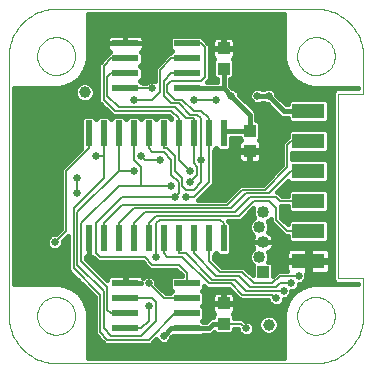
<source format=gbl>
G75*
G70*
%OFA0B0*%
%FSLAX24Y24*%
%IPPOS*%
%LPD*%
%AMOC8*
5,1,8,0,0,1.08239X$1,22.5*
%
%ADD10C,0.0000*%
%ADD11R,0.0866X0.0236*%
%ADD12R,0.0236X0.0866*%
%ADD13R,0.1102X0.0512*%
%ADD14R,0.0400X0.0400*%
%ADD15C,0.0400*%
%ADD16R,0.0394X0.0433*%
%ADD17C,0.0394*%
%ADD18C,0.0250*%
%ADD19C,0.0060*%
%ADD20C,0.0160*%
%ADD21C,0.0120*%
D10*
X006993Y010471D02*
X015654Y010471D01*
X015024Y012046D02*
X015026Y012096D01*
X015032Y012146D01*
X015042Y012195D01*
X015056Y012243D01*
X015073Y012290D01*
X015094Y012335D01*
X015119Y012379D01*
X015147Y012420D01*
X015179Y012459D01*
X015213Y012496D01*
X015250Y012530D01*
X015290Y012560D01*
X015332Y012587D01*
X015376Y012611D01*
X015422Y012632D01*
X015469Y012648D01*
X015517Y012661D01*
X015567Y012670D01*
X015616Y012675D01*
X015667Y012676D01*
X015717Y012673D01*
X015766Y012666D01*
X015815Y012655D01*
X015863Y012640D01*
X015909Y012622D01*
X015954Y012600D01*
X015997Y012574D01*
X016038Y012545D01*
X016077Y012513D01*
X016113Y012478D01*
X016145Y012440D01*
X016175Y012400D01*
X016202Y012357D01*
X016225Y012313D01*
X016244Y012267D01*
X016260Y012219D01*
X016272Y012170D01*
X016280Y012121D01*
X016284Y012071D01*
X016284Y012021D01*
X016280Y011971D01*
X016272Y011922D01*
X016260Y011873D01*
X016244Y011825D01*
X016225Y011779D01*
X016202Y011735D01*
X016175Y011692D01*
X016145Y011652D01*
X016113Y011614D01*
X016077Y011579D01*
X016038Y011547D01*
X015997Y011518D01*
X015954Y011492D01*
X015909Y011470D01*
X015863Y011452D01*
X015815Y011437D01*
X015766Y011426D01*
X015717Y011419D01*
X015667Y011416D01*
X015616Y011417D01*
X015567Y011422D01*
X015517Y011431D01*
X015469Y011444D01*
X015422Y011460D01*
X015376Y011481D01*
X015332Y011505D01*
X015290Y011532D01*
X015250Y011562D01*
X015213Y011596D01*
X015179Y011633D01*
X015147Y011672D01*
X015119Y011713D01*
X015094Y011757D01*
X015073Y011802D01*
X015056Y011849D01*
X015042Y011897D01*
X015032Y011946D01*
X015026Y011996D01*
X015024Y012046D01*
X015654Y010471D02*
X015731Y010473D01*
X015808Y010479D01*
X015885Y010488D01*
X015961Y010501D01*
X016037Y010518D01*
X016111Y010539D01*
X016185Y010563D01*
X016257Y010591D01*
X016327Y010622D01*
X016396Y010657D01*
X016464Y010695D01*
X016529Y010736D01*
X016592Y010781D01*
X016653Y010829D01*
X016712Y010879D01*
X016768Y010932D01*
X016821Y010988D01*
X016871Y011047D01*
X016919Y011108D01*
X016964Y011171D01*
X017005Y011236D01*
X017043Y011304D01*
X017078Y011373D01*
X017109Y011443D01*
X017137Y011515D01*
X017161Y011589D01*
X017182Y011663D01*
X017199Y011739D01*
X017212Y011815D01*
X017221Y011892D01*
X017227Y011969D01*
X017229Y012046D01*
X017229Y013305D01*
X016404Y013305D01*
X016404Y019447D01*
X017229Y019447D01*
X017229Y020707D01*
X015024Y020707D02*
X015026Y020757D01*
X015032Y020807D01*
X015042Y020856D01*
X015056Y020904D01*
X015073Y020951D01*
X015094Y020996D01*
X015119Y021040D01*
X015147Y021081D01*
X015179Y021120D01*
X015213Y021157D01*
X015250Y021191D01*
X015290Y021221D01*
X015332Y021248D01*
X015376Y021272D01*
X015422Y021293D01*
X015469Y021309D01*
X015517Y021322D01*
X015567Y021331D01*
X015616Y021336D01*
X015667Y021337D01*
X015717Y021334D01*
X015766Y021327D01*
X015815Y021316D01*
X015863Y021301D01*
X015909Y021283D01*
X015954Y021261D01*
X015997Y021235D01*
X016038Y021206D01*
X016077Y021174D01*
X016113Y021139D01*
X016145Y021101D01*
X016175Y021061D01*
X016202Y021018D01*
X016225Y020974D01*
X016244Y020928D01*
X016260Y020880D01*
X016272Y020831D01*
X016280Y020782D01*
X016284Y020732D01*
X016284Y020682D01*
X016280Y020632D01*
X016272Y020583D01*
X016260Y020534D01*
X016244Y020486D01*
X016225Y020440D01*
X016202Y020396D01*
X016175Y020353D01*
X016145Y020313D01*
X016113Y020275D01*
X016077Y020240D01*
X016038Y020208D01*
X015997Y020179D01*
X015954Y020153D01*
X015909Y020131D01*
X015863Y020113D01*
X015815Y020098D01*
X015766Y020087D01*
X015717Y020080D01*
X015667Y020077D01*
X015616Y020078D01*
X015567Y020083D01*
X015517Y020092D01*
X015469Y020105D01*
X015422Y020121D01*
X015376Y020142D01*
X015332Y020166D01*
X015290Y020193D01*
X015250Y020223D01*
X015213Y020257D01*
X015179Y020294D01*
X015147Y020333D01*
X015119Y020374D01*
X015094Y020418D01*
X015073Y020463D01*
X015056Y020510D01*
X015042Y020558D01*
X015032Y020607D01*
X015026Y020657D01*
X015024Y020707D01*
X015654Y022282D02*
X015731Y022280D01*
X015808Y022274D01*
X015885Y022265D01*
X015961Y022252D01*
X016037Y022235D01*
X016111Y022214D01*
X016185Y022190D01*
X016257Y022162D01*
X016327Y022131D01*
X016396Y022096D01*
X016464Y022058D01*
X016529Y022017D01*
X016592Y021972D01*
X016653Y021924D01*
X016712Y021874D01*
X016768Y021821D01*
X016821Y021765D01*
X016871Y021706D01*
X016919Y021645D01*
X016964Y021582D01*
X017005Y021517D01*
X017043Y021449D01*
X017078Y021380D01*
X017109Y021310D01*
X017137Y021238D01*
X017161Y021164D01*
X017182Y021090D01*
X017199Y021014D01*
X017212Y020938D01*
X017221Y020861D01*
X017227Y020784D01*
X017229Y020707D01*
X015654Y022282D02*
X006993Y022282D01*
X006363Y020707D02*
X006365Y020757D01*
X006371Y020807D01*
X006381Y020856D01*
X006395Y020904D01*
X006412Y020951D01*
X006433Y020996D01*
X006458Y021040D01*
X006486Y021081D01*
X006518Y021120D01*
X006552Y021157D01*
X006589Y021191D01*
X006629Y021221D01*
X006671Y021248D01*
X006715Y021272D01*
X006761Y021293D01*
X006808Y021309D01*
X006856Y021322D01*
X006906Y021331D01*
X006955Y021336D01*
X007006Y021337D01*
X007056Y021334D01*
X007105Y021327D01*
X007154Y021316D01*
X007202Y021301D01*
X007248Y021283D01*
X007293Y021261D01*
X007336Y021235D01*
X007377Y021206D01*
X007416Y021174D01*
X007452Y021139D01*
X007484Y021101D01*
X007514Y021061D01*
X007541Y021018D01*
X007564Y020974D01*
X007583Y020928D01*
X007599Y020880D01*
X007611Y020831D01*
X007619Y020782D01*
X007623Y020732D01*
X007623Y020682D01*
X007619Y020632D01*
X007611Y020583D01*
X007599Y020534D01*
X007583Y020486D01*
X007564Y020440D01*
X007541Y020396D01*
X007514Y020353D01*
X007484Y020313D01*
X007452Y020275D01*
X007416Y020240D01*
X007377Y020208D01*
X007336Y020179D01*
X007293Y020153D01*
X007248Y020131D01*
X007202Y020113D01*
X007154Y020098D01*
X007105Y020087D01*
X007056Y020080D01*
X007006Y020077D01*
X006955Y020078D01*
X006906Y020083D01*
X006856Y020092D01*
X006808Y020105D01*
X006761Y020121D01*
X006715Y020142D01*
X006671Y020166D01*
X006629Y020193D01*
X006589Y020223D01*
X006552Y020257D01*
X006518Y020294D01*
X006486Y020333D01*
X006458Y020374D01*
X006433Y020418D01*
X006412Y020463D01*
X006395Y020510D01*
X006381Y020558D01*
X006371Y020607D01*
X006365Y020657D01*
X006363Y020707D01*
X005418Y020707D02*
X005420Y020784D01*
X005426Y020861D01*
X005435Y020938D01*
X005448Y021014D01*
X005465Y021090D01*
X005486Y021164D01*
X005510Y021238D01*
X005538Y021310D01*
X005569Y021380D01*
X005604Y021449D01*
X005642Y021517D01*
X005683Y021582D01*
X005728Y021645D01*
X005776Y021706D01*
X005826Y021765D01*
X005879Y021821D01*
X005935Y021874D01*
X005994Y021924D01*
X006055Y021972D01*
X006118Y022017D01*
X006183Y022058D01*
X006251Y022096D01*
X006320Y022131D01*
X006390Y022162D01*
X006462Y022190D01*
X006536Y022214D01*
X006610Y022235D01*
X006686Y022252D01*
X006762Y022265D01*
X006839Y022274D01*
X006916Y022280D01*
X006993Y022282D01*
X005418Y020707D02*
X005418Y012046D01*
X006363Y012046D02*
X006365Y012096D01*
X006371Y012146D01*
X006381Y012195D01*
X006395Y012243D01*
X006412Y012290D01*
X006433Y012335D01*
X006458Y012379D01*
X006486Y012420D01*
X006518Y012459D01*
X006552Y012496D01*
X006589Y012530D01*
X006629Y012560D01*
X006671Y012587D01*
X006715Y012611D01*
X006761Y012632D01*
X006808Y012648D01*
X006856Y012661D01*
X006906Y012670D01*
X006955Y012675D01*
X007006Y012676D01*
X007056Y012673D01*
X007105Y012666D01*
X007154Y012655D01*
X007202Y012640D01*
X007248Y012622D01*
X007293Y012600D01*
X007336Y012574D01*
X007377Y012545D01*
X007416Y012513D01*
X007452Y012478D01*
X007484Y012440D01*
X007514Y012400D01*
X007541Y012357D01*
X007564Y012313D01*
X007583Y012267D01*
X007599Y012219D01*
X007611Y012170D01*
X007619Y012121D01*
X007623Y012071D01*
X007623Y012021D01*
X007619Y011971D01*
X007611Y011922D01*
X007599Y011873D01*
X007583Y011825D01*
X007564Y011779D01*
X007541Y011735D01*
X007514Y011692D01*
X007484Y011652D01*
X007452Y011614D01*
X007416Y011579D01*
X007377Y011547D01*
X007336Y011518D01*
X007293Y011492D01*
X007248Y011470D01*
X007202Y011452D01*
X007154Y011437D01*
X007105Y011426D01*
X007056Y011419D01*
X007006Y011416D01*
X006955Y011417D01*
X006906Y011422D01*
X006856Y011431D01*
X006808Y011444D01*
X006761Y011460D01*
X006715Y011481D01*
X006671Y011505D01*
X006629Y011532D01*
X006589Y011562D01*
X006552Y011596D01*
X006518Y011633D01*
X006486Y011672D01*
X006458Y011713D01*
X006433Y011757D01*
X006412Y011802D01*
X006395Y011849D01*
X006381Y011897D01*
X006371Y011946D01*
X006365Y011996D01*
X006363Y012046D01*
X005418Y012046D02*
X005420Y011969D01*
X005426Y011892D01*
X005435Y011815D01*
X005448Y011739D01*
X005465Y011663D01*
X005486Y011589D01*
X005510Y011515D01*
X005538Y011443D01*
X005569Y011373D01*
X005604Y011304D01*
X005642Y011236D01*
X005683Y011171D01*
X005728Y011108D01*
X005776Y011047D01*
X005826Y010988D01*
X005879Y010932D01*
X005935Y010879D01*
X005994Y010829D01*
X006055Y010781D01*
X006118Y010736D01*
X006183Y010695D01*
X006251Y010657D01*
X006320Y010622D01*
X006390Y010591D01*
X006462Y010563D01*
X006536Y010539D01*
X006610Y010518D01*
X006686Y010501D01*
X006762Y010488D01*
X006839Y010479D01*
X006916Y010473D01*
X006993Y010471D01*
D11*
X009300Y011626D03*
X009300Y012126D03*
X009300Y012626D03*
X009300Y013126D03*
X011347Y013126D03*
X011347Y012626D03*
X011347Y012126D03*
X011347Y011626D03*
X011347Y019626D03*
X011347Y020126D03*
X011347Y020626D03*
X011347Y021126D03*
X009300Y021126D03*
X009300Y020626D03*
X009300Y020126D03*
X009300Y019626D03*
D12*
X009074Y018126D03*
X009574Y018126D03*
X010074Y018126D03*
X010574Y018126D03*
X011074Y018126D03*
X011574Y018126D03*
X012074Y018126D03*
X012574Y018126D03*
X012574Y014626D03*
X012074Y014626D03*
X011574Y014626D03*
X011074Y014626D03*
X010574Y014626D03*
X010074Y014626D03*
X009574Y014626D03*
X009074Y014626D03*
X008574Y014626D03*
X008074Y014626D03*
X008074Y018126D03*
X008574Y018126D03*
D13*
X015399Y017876D03*
X015399Y018876D03*
X015399Y016876D03*
X015399Y015876D03*
X015399Y014876D03*
X015399Y013876D03*
D14*
X013884Y013501D03*
D15*
X013764Y014001D03*
X013884Y014501D03*
X013764Y015001D03*
X013884Y015501D03*
D16*
X013449Y017542D03*
X013449Y018211D03*
X012574Y020292D03*
X012574Y020961D03*
X012574Y012461D03*
X012574Y011792D03*
D17*
X014074Y011751D03*
X007949Y019501D03*
D18*
X009574Y019251D03*
X010199Y019626D03*
X010199Y020126D03*
X011574Y019251D03*
X012324Y019251D03*
X012824Y019376D03*
X013699Y019376D03*
X014074Y019376D03*
X014074Y017626D03*
X012074Y016126D03*
X011449Y016501D03*
X011449Y016876D03*
X011824Y017251D03*
X010824Y016376D03*
X010949Y016001D03*
X011324Y016001D03*
X010449Y017251D03*
X009824Y017376D03*
X009574Y016876D03*
X008324Y017376D03*
X007699Y016626D03*
X007699Y016126D03*
X007324Y014501D03*
X006949Y014501D03*
X008074Y014001D03*
X009824Y013751D03*
X010324Y014001D03*
X010824Y013501D03*
X010074Y013126D03*
X010074Y012376D03*
X010574Y011376D03*
X010574Y010876D03*
X010074Y010876D03*
X009574Y010876D03*
X009074Y010876D03*
X008574Y010876D03*
X011074Y010876D03*
X011574Y010876D03*
X012074Y010876D03*
X012574Y010876D03*
X013074Y010876D03*
X013574Y010876D03*
X014074Y010876D03*
X013324Y011626D03*
X014324Y012626D03*
X014574Y012876D03*
X014824Y013126D03*
X015074Y013376D03*
X014074Y021876D03*
X013574Y021876D03*
X013074Y021876D03*
X012574Y021876D03*
X012074Y021876D03*
X011574Y021876D03*
X011074Y021876D03*
X010574Y021876D03*
X010074Y021876D03*
X009574Y021876D03*
X009074Y021876D03*
X008574Y021876D03*
D19*
X008824Y020626D02*
X009300Y020626D01*
X008824Y020626D02*
X008574Y020376D01*
X008574Y019251D01*
X008949Y018876D01*
X010824Y018876D01*
X011074Y018626D01*
X011074Y018126D01*
X011074Y017251D01*
X011449Y016876D01*
X011699Y016751D02*
X011449Y016501D01*
X011574Y016251D02*
X011324Y016251D01*
X011199Y016376D01*
X011199Y016626D01*
X010949Y016876D01*
X010949Y017376D01*
X010699Y017626D01*
X010574Y017626D01*
X010574Y018126D01*
X010074Y018126D02*
X010074Y017626D01*
X010199Y017501D01*
X010574Y017501D01*
X010824Y017251D01*
X010824Y016751D01*
X011074Y016501D01*
X011074Y016126D01*
X010949Y016001D01*
X009199Y016001D01*
X008324Y015126D01*
X008324Y014126D01*
X008449Y014001D01*
X009949Y014001D01*
X010199Y013751D01*
X011074Y013751D01*
X011347Y013478D01*
X011347Y013126D01*
X011347Y012626D02*
X010574Y012626D01*
X010074Y013126D01*
X010199Y012626D02*
X009300Y012626D01*
X009300Y012126D02*
X008824Y012126D01*
X008699Y012251D01*
X008699Y013001D01*
X007824Y013876D01*
X007824Y015126D01*
X009074Y016376D01*
X009824Y016376D01*
X010824Y016376D01*
X011324Y016001D02*
X011574Y016001D01*
X012074Y016501D01*
X012074Y018126D01*
X012074Y018626D01*
X011824Y018876D01*
X011574Y018876D01*
X011199Y019251D01*
X010949Y019251D01*
X010699Y019501D01*
X010699Y019751D01*
X010824Y019876D01*
X011824Y019876D01*
X011949Y020001D01*
X011949Y021001D01*
X011824Y021126D01*
X011347Y021126D01*
X011347Y020626D02*
X010824Y020626D01*
X010449Y020251D01*
X010449Y019501D01*
X010199Y019251D01*
X009574Y019251D01*
X009300Y019626D02*
X010199Y019626D01*
X010574Y019376D02*
X010824Y019126D01*
X011074Y019126D01*
X011449Y018751D01*
X011699Y018751D01*
X011824Y018626D01*
X011824Y017251D01*
X011824Y016501D01*
X011574Y016251D01*
X011699Y016751D02*
X011699Y017001D01*
X011574Y017126D01*
X011574Y018126D01*
X011574Y018626D01*
X011324Y018626D01*
X010949Y019001D01*
X009074Y019001D01*
X008699Y019376D01*
X008699Y020001D01*
X008824Y020126D01*
X009300Y020126D01*
X010574Y019876D02*
X010574Y019376D01*
X010574Y019876D02*
X010824Y020126D01*
X011347Y020126D01*
X011574Y019251D02*
X012324Y019251D01*
X010449Y017251D02*
X009949Y017251D01*
X009824Y017376D01*
X009574Y017251D02*
X009824Y017001D01*
X009824Y016376D01*
X009574Y016876D02*
X009074Y016876D01*
X007699Y015501D01*
X007699Y013751D01*
X008574Y012876D01*
X008574Y011626D01*
X008824Y011376D01*
X009824Y011376D01*
X010324Y011876D01*
X010324Y012501D01*
X010199Y012626D01*
X010074Y012376D02*
X010074Y011876D01*
X009824Y011626D01*
X009300Y011626D01*
X008699Y011251D02*
X010074Y011251D01*
X010949Y012126D01*
X011347Y012126D01*
X012074Y013126D02*
X011199Y014001D01*
X010699Y014001D01*
X010574Y014126D01*
X010574Y014626D01*
X010074Y014626D02*
X010074Y015126D01*
X010324Y015376D01*
X013074Y015376D01*
X013574Y015876D01*
X014074Y015876D01*
X014324Y015626D01*
X014324Y015251D01*
X014699Y014876D01*
X015399Y014876D01*
X015399Y015876D02*
X014449Y015876D01*
X014324Y016001D01*
X013449Y016001D01*
X012949Y015501D01*
X009949Y015501D01*
X009574Y015126D01*
X009574Y014626D01*
X009074Y014626D02*
X009074Y015126D01*
X009574Y015626D01*
X012824Y015626D01*
X013324Y016126D01*
X014074Y016126D01*
X014824Y016876D01*
X015399Y016876D01*
X014699Y017001D02*
X014699Y017751D01*
X014824Y017876D01*
X015399Y017876D01*
X014699Y017001D02*
X013949Y016251D01*
X013199Y016251D01*
X012699Y015751D01*
X009199Y015751D01*
X008574Y015126D01*
X008574Y014626D01*
X007574Y015626D02*
X007574Y013626D01*
X008449Y012751D01*
X008449Y011501D01*
X008699Y011251D01*
X010324Y014001D02*
X010324Y015126D01*
X010449Y015251D01*
X012449Y015251D01*
X012574Y015126D01*
X012574Y014626D01*
X012074Y014626D02*
X012074Y013876D01*
X012449Y013501D01*
X013199Y013501D01*
X013574Y013126D01*
X014199Y013126D01*
X014449Y013376D01*
X015074Y013376D01*
X014824Y013126D02*
X014449Y013126D01*
X014324Y013001D01*
X013449Y013001D01*
X013074Y013376D01*
X012324Y013376D01*
X011574Y014126D01*
X011574Y014626D01*
X011324Y014126D02*
X011074Y014126D01*
X011074Y014626D01*
X011324Y014126D02*
X012199Y013251D01*
X012949Y013251D01*
X013324Y012876D01*
X014574Y012876D01*
X014324Y012626D02*
X014199Y012751D01*
X013199Y012751D01*
X012824Y013126D01*
X012074Y013126D01*
X012574Y011792D02*
X013158Y011792D01*
X013324Y011626D01*
X009074Y016876D02*
X009074Y018126D01*
X009574Y018126D02*
X009574Y017251D01*
X008574Y017376D02*
X008574Y016626D01*
X007574Y015626D01*
X007699Y016126D02*
X007699Y016626D01*
X007324Y016876D02*
X008074Y017626D01*
X008074Y018126D01*
X008574Y018126D02*
X008574Y017376D01*
X008324Y017376D01*
X007324Y016876D02*
X007324Y014876D01*
X006949Y014501D01*
X006950Y014501D01*
D20*
X007214Y014497D02*
X007404Y014497D01*
X007404Y014339D02*
X007161Y014339D01*
X007173Y014351D02*
X007214Y014449D01*
X007214Y014526D01*
X007394Y014706D01*
X007404Y014716D01*
X007404Y013556D01*
X008279Y012681D01*
X008279Y011431D01*
X008529Y011181D01*
X008628Y011081D01*
X010144Y011081D01*
X010331Y011269D01*
X010349Y011226D01*
X010424Y011152D01*
X010521Y011111D01*
X010626Y011111D01*
X010724Y011152D01*
X010798Y011226D01*
X010839Y011324D01*
X010839Y011330D01*
X010877Y011368D01*
X011838Y011368D01*
X011876Y011406D01*
X012165Y011406D01*
X012256Y011498D01*
X012319Y011435D01*
X012828Y011435D01*
X012910Y011517D01*
X012910Y011622D01*
X013059Y011622D01*
X013059Y011574D01*
X013099Y011476D01*
X013174Y011402D01*
X013271Y011361D01*
X013376Y011361D01*
X013474Y011402D01*
X013548Y011476D01*
X013589Y011574D01*
X013589Y011679D01*
X013548Y011776D01*
X013474Y011851D01*
X013376Y011891D01*
X013299Y011891D01*
X013229Y011962D01*
X012910Y011962D01*
X012910Y012066D01*
X012878Y012099D01*
X012881Y012100D01*
X012915Y012134D01*
X012938Y012175D01*
X012950Y012221D01*
X012950Y012442D01*
X012592Y012442D01*
X012592Y012479D01*
X012950Y012479D01*
X012950Y012701D01*
X012938Y012747D01*
X012915Y012788D01*
X012881Y012821D01*
X012840Y012845D01*
X012794Y012857D01*
X012592Y012857D01*
X012592Y012479D01*
X012555Y012479D01*
X012555Y012442D01*
X012197Y012442D01*
X012197Y012221D01*
X012209Y012175D01*
X012233Y012134D01*
X012266Y012100D01*
X012269Y012099D01*
X012237Y012066D01*
X012237Y012012D01*
X012148Y012012D01*
X012019Y011883D01*
X011982Y011846D01*
X011876Y011846D01*
X011846Y011876D01*
X011920Y011950D01*
X011920Y012302D01*
X011846Y012376D01*
X011920Y012450D01*
X011920Y012802D01*
X011846Y012876D01*
X011920Y012950D01*
X011920Y013039D01*
X012003Y012956D01*
X012753Y012956D01*
X013128Y012581D01*
X014059Y012581D01*
X014059Y012574D01*
X014099Y012476D01*
X014174Y012402D01*
X014271Y012361D01*
X014376Y012361D01*
X014474Y012402D01*
X014548Y012476D01*
X014589Y012574D01*
X014589Y012611D01*
X014626Y012611D01*
X014724Y012652D01*
X014798Y012726D01*
X014839Y012824D01*
X014839Y012861D01*
X014876Y012861D01*
X014974Y012902D01*
X015048Y012976D01*
X015089Y013074D01*
X015089Y013111D01*
X015126Y013111D01*
X015224Y013152D01*
X015298Y013226D01*
X015339Y013324D01*
X015339Y013429D01*
X015334Y013440D01*
X015351Y013440D01*
X015351Y013828D01*
X014668Y013828D01*
X014668Y013597D01*
X014680Y013551D01*
X014683Y013546D01*
X014378Y013546D01*
X014224Y013392D01*
X014224Y013759D01*
X014142Y013841D01*
X014065Y013841D01*
X014104Y013934D01*
X014104Y014069D01*
X014064Y014165D01*
X014126Y014206D01*
X014179Y014259D01*
X014220Y014321D01*
X014249Y014390D01*
X014264Y014464D01*
X014264Y014501D01*
X013884Y014501D01*
X013884Y014501D01*
X014264Y014501D01*
X014264Y014539D01*
X014249Y014612D01*
X014220Y014681D01*
X014179Y014743D01*
X014126Y014796D01*
X014064Y014838D01*
X014104Y014934D01*
X014104Y015069D01*
X014052Y015194D01*
X014045Y015200D01*
X014076Y015213D01*
X014154Y015290D01*
X014153Y015290D01*
X014154Y015290D02*
X014154Y015181D01*
X014253Y015081D01*
X014628Y014706D01*
X014708Y014706D01*
X014708Y014562D01*
X014790Y014480D01*
X016009Y014480D01*
X016091Y014562D01*
X016091Y015190D01*
X016009Y015272D01*
X014790Y015272D01*
X014708Y015190D01*
X014708Y015107D01*
X014494Y015322D01*
X014494Y015697D01*
X014484Y015706D01*
X014708Y015706D01*
X014708Y015562D01*
X014790Y015480D01*
X016009Y015480D01*
X016091Y015562D01*
X016091Y016190D01*
X016009Y016272D01*
X014790Y016272D01*
X014708Y016190D01*
X014708Y016046D01*
X014519Y016046D01*
X014494Y016072D01*
X014394Y016171D01*
X014359Y016171D01*
X014729Y016541D01*
X014790Y016480D01*
X016009Y016480D01*
X016091Y016562D01*
X016091Y017190D01*
X016009Y017272D01*
X014869Y017272D01*
X014869Y017480D01*
X016009Y017480D01*
X016091Y017562D01*
X016091Y018190D01*
X016009Y018272D01*
X014790Y018272D01*
X014708Y018190D01*
X014708Y018001D01*
X014628Y017921D01*
X014529Y017822D01*
X014529Y017072D01*
X013878Y016421D01*
X013128Y016421D01*
X012628Y015921D01*
X011734Y015921D01*
X011744Y015931D01*
X012244Y016431D01*
X012244Y017553D01*
X012250Y017553D01*
X012324Y017627D01*
X012398Y017553D01*
X012750Y017553D01*
X012832Y017635D01*
X012832Y017991D01*
X013112Y017991D01*
X013112Y017936D01*
X013144Y017904D01*
X013141Y017902D01*
X013108Y017869D01*
X013084Y017828D01*
X013072Y017782D01*
X013072Y017560D01*
X013430Y017560D01*
X013430Y017523D01*
X013467Y017523D01*
X013467Y017145D01*
X013669Y017145D01*
X013715Y017157D01*
X013756Y017181D01*
X013790Y017215D01*
X013813Y017256D01*
X013825Y017301D01*
X013825Y017523D01*
X013467Y017523D01*
X013467Y017560D01*
X013825Y017560D01*
X013825Y017782D01*
X013813Y017828D01*
X013790Y017869D01*
X013756Y017902D01*
X013753Y017904D01*
X013785Y017936D01*
X013785Y018485D01*
X013703Y018567D01*
X013669Y018567D01*
X013669Y018842D01*
X013540Y018971D01*
X013089Y019422D01*
X013089Y019429D01*
X013048Y019526D01*
X012974Y019601D01*
X012876Y019641D01*
X012870Y019641D01*
X012794Y019717D01*
X012794Y019935D01*
X012828Y019935D01*
X012910Y020017D01*
X012910Y020566D01*
X012878Y020599D01*
X012881Y020600D01*
X012915Y020634D01*
X012938Y020675D01*
X012950Y020721D01*
X012950Y020942D01*
X012592Y020942D01*
X012592Y020979D01*
X012950Y020979D01*
X012950Y021201D01*
X012938Y021247D01*
X012915Y021288D01*
X012881Y021321D01*
X012840Y021345D01*
X012794Y021357D01*
X012592Y021357D01*
X012592Y020979D01*
X012555Y020979D01*
X012555Y020942D01*
X012197Y020942D01*
X012197Y020721D01*
X012209Y020675D01*
X012233Y020634D01*
X012266Y020600D01*
X012269Y020599D01*
X012237Y020566D01*
X012237Y020017D01*
X012319Y019935D01*
X012354Y019935D01*
X012354Y019846D01*
X012034Y019846D01*
X012119Y019931D01*
X012119Y021072D01*
X011994Y021197D01*
X011920Y021270D01*
X011920Y021302D01*
X011838Y021384D01*
X010856Y021384D01*
X010774Y021302D01*
X010774Y020950D01*
X010848Y020876D01*
X010774Y020802D01*
X010774Y020796D01*
X010753Y020796D01*
X010378Y020421D01*
X010279Y020322D01*
X010279Y019880D01*
X010251Y019891D01*
X010146Y019891D01*
X010049Y019851D01*
X009994Y019796D01*
X009873Y019796D01*
X009873Y019802D01*
X009799Y019876D01*
X009873Y019950D01*
X009873Y020302D01*
X009799Y020376D01*
X009873Y020450D01*
X009873Y020802D01*
X009823Y020852D01*
X009844Y020864D01*
X009877Y020898D01*
X009901Y020939D01*
X009913Y020984D01*
X009913Y021126D01*
X009300Y021126D01*
X008687Y021126D01*
X008687Y020984D01*
X008699Y020939D01*
X008723Y020898D01*
X008756Y020864D01*
X008777Y020852D01*
X008727Y020802D01*
X008727Y020770D01*
X008654Y020697D01*
X008404Y020447D01*
X008404Y019181D01*
X008503Y019081D01*
X008878Y018706D01*
X010753Y018706D01*
X010829Y018631D01*
X010824Y018625D01*
X010750Y018699D01*
X010398Y018699D01*
X010324Y018625D01*
X010250Y018699D01*
X009898Y018699D01*
X009824Y018625D01*
X009750Y018699D01*
X009398Y018699D01*
X009324Y018625D01*
X009250Y018699D01*
X008898Y018699D01*
X008824Y018625D01*
X008750Y018699D01*
X008398Y018699D01*
X008324Y018625D01*
X008250Y018699D01*
X007898Y018699D01*
X007816Y018617D01*
X007816Y017635D01*
X007829Y017622D01*
X007154Y016947D01*
X007154Y014947D01*
X006973Y014766D01*
X006896Y014766D01*
X006799Y014726D01*
X006724Y014651D01*
X006684Y014554D01*
X006684Y014449D01*
X006724Y014351D01*
X006799Y014277D01*
X006896Y014236D01*
X007001Y014236D01*
X007099Y014277D01*
X007173Y014351D01*
X007404Y014180D02*
X005598Y014180D01*
X005598Y014022D02*
X007404Y014022D01*
X007404Y013863D02*
X005598Y013863D01*
X005598Y013705D02*
X007404Y013705D01*
X007413Y013546D02*
X005598Y013546D01*
X005598Y013388D02*
X007572Y013388D01*
X007730Y013229D02*
X005598Y013229D01*
X005598Y013110D02*
X005598Y019643D01*
X006963Y019643D01*
X006966Y019641D01*
X006996Y019643D01*
X007026Y019643D01*
X007028Y019645D01*
X007112Y019651D01*
X007118Y019648D01*
X007144Y019653D01*
X007172Y019655D01*
X007176Y019660D01*
X007261Y019679D01*
X007267Y019676D01*
X007293Y019686D01*
X007320Y019691D01*
X007323Y019697D01*
X007405Y019727D01*
X007411Y019726D01*
X007435Y019739D01*
X007461Y019748D01*
X007463Y019754D01*
X007540Y019796D01*
X007546Y019795D01*
X007568Y019811D01*
X007592Y019825D01*
X007594Y019831D01*
X007664Y019883D01*
X007671Y019883D01*
X007690Y019902D01*
X007712Y019919D01*
X007713Y019925D01*
X007775Y019987D01*
X007781Y019988D01*
X007797Y020010D01*
X007817Y020029D01*
X007817Y020036D01*
X007869Y020106D01*
X007875Y020107D01*
X007888Y020131D01*
X007905Y020153D01*
X007904Y020160D01*
X007946Y020236D01*
X007952Y020239D01*
X007961Y020265D01*
X007974Y020289D01*
X007972Y020295D01*
X008003Y020377D01*
X008008Y020380D01*
X008014Y020407D01*
X008024Y020433D01*
X008021Y020439D01*
X008040Y020524D01*
X008045Y020528D01*
X008047Y020555D01*
X008052Y020582D01*
X008049Y020588D01*
X008055Y020671D01*
X008057Y020674D01*
X008057Y020704D01*
X008059Y020734D01*
X008057Y020737D01*
X008057Y022102D01*
X014590Y022102D01*
X014590Y020737D01*
X014588Y020734D01*
X014590Y020704D01*
X014590Y020674D01*
X014592Y020671D01*
X014598Y020588D01*
X014595Y020582D01*
X014601Y020555D01*
X014603Y020528D01*
X014608Y020524D01*
X014626Y020439D01*
X014623Y020433D01*
X014633Y020407D01*
X014639Y020380D01*
X014644Y020377D01*
X014675Y020295D01*
X014673Y020289D01*
X014686Y020265D01*
X014696Y020239D01*
X014702Y020236D01*
X014743Y020160D01*
X014742Y020153D01*
X014759Y020131D01*
X014772Y020107D01*
X014778Y020106D01*
X014830Y020036D01*
X014830Y020029D01*
X014850Y020010D01*
X014866Y019988D01*
X014873Y019987D01*
X014934Y019925D01*
X014935Y019919D01*
X014957Y019902D01*
X014977Y019883D01*
X014983Y019883D01*
X015053Y019831D01*
X015055Y019825D01*
X015079Y019811D01*
X015101Y019795D01*
X015107Y019796D01*
X015184Y019754D01*
X015186Y019748D01*
X015212Y019739D01*
X015236Y019726D01*
X015242Y019727D01*
X015324Y019697D01*
X015328Y019691D01*
X015354Y019686D01*
X015380Y019676D01*
X015386Y019679D01*
X015471Y019660D01*
X015475Y019655D01*
X015503Y019653D01*
X015530Y019648D01*
X015535Y019651D01*
X015619Y019645D01*
X015621Y019643D01*
X015651Y019643D01*
X015682Y019641D01*
X015684Y019643D01*
X017049Y019643D01*
X017049Y019627D01*
X016330Y019627D01*
X016224Y019522D01*
X016224Y013231D01*
X016330Y013125D01*
X017049Y013125D01*
X017049Y013110D01*
X015684Y013110D01*
X015682Y013112D01*
X015651Y013110D01*
X015621Y013110D01*
X015619Y013107D01*
X015535Y013101D01*
X015530Y013105D01*
X015503Y013099D01*
X015475Y013097D01*
X015471Y013092D01*
X015386Y013074D01*
X015380Y013076D01*
X015354Y013067D01*
X015328Y013061D01*
X015324Y013056D01*
X015242Y013025D01*
X015236Y013027D01*
X015212Y013014D01*
X015186Y013004D01*
X015184Y012998D01*
X015107Y012957D01*
X015101Y012957D01*
X015079Y012941D01*
X015055Y012928D01*
X015053Y012922D01*
X014983Y012869D01*
X014977Y012869D01*
X014957Y012850D01*
X014935Y012834D01*
X014934Y012827D01*
X014873Y012765D01*
X014866Y012765D01*
X014850Y012743D01*
X014830Y012723D01*
X014830Y012717D01*
X014778Y012647D01*
X014772Y012645D01*
X014759Y012621D01*
X014742Y012599D01*
X014743Y012593D01*
X014702Y012516D01*
X014696Y012513D01*
X014686Y012488D01*
X014673Y012464D01*
X014675Y012457D01*
X014644Y012376D01*
X014639Y012372D01*
X014633Y012345D01*
X014623Y012320D01*
X014626Y012314D01*
X014608Y012229D01*
X014603Y012224D01*
X014601Y012197D01*
X014595Y012170D01*
X014598Y012165D01*
X014592Y012081D01*
X014590Y012079D01*
X014590Y012048D01*
X014588Y012018D01*
X014590Y012016D01*
X014590Y010651D01*
X008057Y010651D01*
X008057Y012016D01*
X008059Y012018D01*
X008057Y012048D01*
X008057Y012079D01*
X008055Y012081D01*
X008049Y012165D01*
X008052Y012170D01*
X008047Y012197D01*
X008045Y012224D01*
X008040Y012229D01*
X008021Y012314D01*
X008024Y012320D01*
X008014Y012345D01*
X008008Y012372D01*
X008003Y012376D01*
X007972Y012457D01*
X007974Y012464D01*
X007961Y012488D01*
X007952Y012513D01*
X007946Y012516D01*
X007904Y012593D01*
X007905Y012599D01*
X007888Y012621D01*
X007875Y012645D01*
X007869Y012647D01*
X007817Y012717D01*
X007817Y012723D01*
X007797Y012743D01*
X007781Y012765D01*
X007775Y012765D01*
X007713Y012827D01*
X007712Y012834D01*
X007690Y012850D01*
X007671Y012869D01*
X007664Y012869D01*
X007594Y012922D01*
X007592Y012928D01*
X007568Y012941D01*
X007546Y012957D01*
X007540Y012957D01*
X007463Y012998D01*
X007461Y013004D01*
X007435Y013014D01*
X007411Y013027D01*
X007405Y013025D01*
X007323Y013056D01*
X007320Y013061D01*
X007293Y013067D01*
X007267Y013076D01*
X007261Y013074D01*
X007176Y013092D01*
X007172Y013097D01*
X007144Y013099D01*
X007118Y013105D01*
X007112Y013101D01*
X007028Y013107D01*
X007026Y013110D01*
X006996Y013110D01*
X006966Y013112D01*
X006963Y013110D01*
X005598Y013110D01*
X005598Y014339D02*
X006736Y014339D01*
X006684Y014497D02*
X005598Y014497D01*
X005598Y014656D02*
X006728Y014656D01*
X007021Y014814D02*
X005598Y014814D01*
X005598Y014973D02*
X007154Y014973D01*
X007154Y015131D02*
X005598Y015131D01*
X005598Y015290D02*
X007154Y015290D01*
X007154Y015448D02*
X005598Y015448D01*
X005598Y015607D02*
X007154Y015607D01*
X007154Y015765D02*
X005598Y015765D01*
X005598Y015924D02*
X007154Y015924D01*
X007154Y016082D02*
X005598Y016082D01*
X005598Y016241D02*
X007154Y016241D01*
X007154Y016399D02*
X005598Y016399D01*
X005598Y016558D02*
X007154Y016558D01*
X007154Y016716D02*
X005598Y016716D01*
X005598Y016875D02*
X007154Y016875D01*
X007240Y017033D02*
X005598Y017033D01*
X005598Y017192D02*
X007399Y017192D01*
X007557Y017350D02*
X005598Y017350D01*
X005598Y017509D02*
X007716Y017509D01*
X007816Y017667D02*
X005598Y017667D01*
X005598Y017826D02*
X007816Y017826D01*
X007816Y017984D02*
X005598Y017984D01*
X005598Y018143D02*
X007816Y018143D01*
X007816Y018301D02*
X005598Y018301D01*
X005598Y018460D02*
X007816Y018460D01*
X007816Y018618D02*
X005598Y018618D01*
X005598Y018777D02*
X008808Y018777D01*
X008649Y018935D02*
X005598Y018935D01*
X005598Y019094D02*
X008491Y019094D01*
X008404Y019252D02*
X008176Y019252D01*
X008139Y019216D02*
X008234Y019310D01*
X008285Y019434D01*
X008285Y019568D01*
X008234Y019692D01*
X008139Y019787D01*
X008016Y019838D01*
X007882Y019838D01*
X007758Y019787D01*
X007663Y019692D01*
X007612Y019568D01*
X007612Y019434D01*
X007663Y019310D01*
X007758Y019216D01*
X007882Y019164D01*
X008016Y019164D01*
X008139Y019216D01*
X008276Y019411D02*
X008404Y019411D01*
X008404Y019569D02*
X008285Y019569D01*
X008198Y019728D02*
X008404Y019728D01*
X008404Y019886D02*
X007674Y019886D01*
X007699Y019728D02*
X007415Y019728D01*
X007612Y019569D02*
X005598Y019569D01*
X005598Y019411D02*
X007621Y019411D01*
X007721Y019252D02*
X005598Y019252D01*
X007823Y020045D02*
X008404Y020045D01*
X008404Y020203D02*
X007928Y020203D01*
X007997Y020362D02*
X008404Y020362D01*
X008477Y020520D02*
X008039Y020520D01*
X008057Y020679D02*
X008636Y020679D01*
X008762Y020837D02*
X008057Y020837D01*
X008057Y020996D02*
X008687Y020996D01*
X008687Y021126D02*
X009300Y021126D01*
X009300Y021126D01*
X009300Y021126D01*
X009913Y021126D01*
X009913Y021268D01*
X009901Y021314D01*
X009877Y021355D01*
X009844Y021388D01*
X009803Y021412D01*
X009757Y021424D01*
X009300Y021424D01*
X008843Y021424D01*
X008797Y021412D01*
X008756Y021388D01*
X008723Y021355D01*
X008699Y021314D01*
X008687Y021268D01*
X008687Y021126D01*
X008687Y021154D02*
X008057Y021154D01*
X008057Y021313D02*
X008699Y021313D01*
X008057Y021471D02*
X014590Y021471D01*
X014590Y021313D02*
X012890Y021313D01*
X012950Y021154D02*
X014590Y021154D01*
X014590Y020996D02*
X012950Y020996D01*
X012950Y020837D02*
X014590Y020837D01*
X014590Y020679D02*
X012939Y020679D01*
X012910Y020520D02*
X014608Y020520D01*
X014650Y020362D02*
X012910Y020362D01*
X012910Y020203D02*
X014720Y020203D01*
X014824Y020045D02*
X012910Y020045D01*
X012794Y019886D02*
X014973Y019886D01*
X015232Y019728D02*
X012794Y019728D01*
X012574Y019626D02*
X012824Y019376D01*
X013449Y018751D01*
X013449Y018211D01*
X012613Y018211D01*
X012574Y018250D01*
X012574Y018126D01*
X012832Y017984D02*
X013112Y017984D01*
X013084Y017826D02*
X012832Y017826D01*
X012832Y017667D02*
X013072Y017667D01*
X013072Y017523D02*
X013072Y017301D01*
X013084Y017256D01*
X013108Y017215D01*
X013141Y017181D01*
X013182Y017157D01*
X013228Y017145D01*
X013430Y017145D01*
X013430Y017523D01*
X013072Y017523D01*
X013072Y017509D02*
X012244Y017509D01*
X012244Y017350D02*
X013072Y017350D01*
X013131Y017192D02*
X012244Y017192D01*
X012244Y017033D02*
X014490Y017033D01*
X014529Y017192D02*
X013767Y017192D01*
X013825Y017350D02*
X014529Y017350D01*
X014529Y017509D02*
X013825Y017509D01*
X013825Y017667D02*
X014529Y017667D01*
X014533Y017826D02*
X013814Y017826D01*
X013785Y017984D02*
X014691Y017984D01*
X014708Y018143D02*
X013785Y018143D01*
X013785Y018301D02*
X016224Y018301D01*
X016224Y018143D02*
X016091Y018143D01*
X016091Y017984D02*
X016224Y017984D01*
X016224Y017826D02*
X016091Y017826D01*
X016091Y017667D02*
X016224Y017667D01*
X016224Y017509D02*
X016037Y017509D01*
X016224Y017350D02*
X014869Y017350D01*
X014332Y016875D02*
X012244Y016875D01*
X012244Y016716D02*
X014173Y016716D01*
X014015Y016558D02*
X012244Y016558D01*
X012212Y016399D02*
X013106Y016399D01*
X012948Y016241D02*
X012054Y016241D01*
X011895Y016082D02*
X012789Y016082D01*
X012631Y015924D02*
X011737Y015924D01*
X012734Y015206D02*
X013144Y015206D01*
X013244Y015306D01*
X013570Y015632D01*
X013544Y015569D01*
X013544Y015434D01*
X013595Y015309D01*
X013602Y015302D01*
X013571Y015289D01*
X013475Y015194D01*
X013424Y015069D01*
X013424Y014934D01*
X013475Y014809D01*
X013569Y014715D01*
X013547Y014681D01*
X013518Y014612D01*
X013504Y014539D01*
X013504Y014501D01*
X013504Y014464D01*
X013518Y014390D01*
X013547Y014321D01*
X013569Y014288D01*
X013475Y014194D01*
X013424Y014069D01*
X013424Y013934D01*
X013475Y013809D01*
X013544Y013740D01*
X013544Y013397D01*
X013369Y013572D01*
X013269Y013671D01*
X012519Y013671D01*
X012244Y013947D01*
X012244Y014053D01*
X012250Y014053D01*
X012324Y014127D01*
X012398Y014053D01*
X012750Y014053D01*
X012832Y014135D01*
X012832Y015117D01*
X012750Y015199D01*
X012741Y015199D01*
X012734Y015206D01*
X012818Y015131D02*
X013449Y015131D01*
X013424Y014973D02*
X012832Y014973D01*
X012832Y014814D02*
X013473Y014814D01*
X013536Y014656D02*
X012832Y014656D01*
X012832Y014497D02*
X013504Y014497D01*
X013504Y014501D02*
X013884Y014501D01*
X013884Y014501D01*
X013504Y014501D01*
X013540Y014339D02*
X012832Y014339D01*
X012832Y014180D02*
X013470Y014180D01*
X013424Y014022D02*
X012244Y014022D01*
X012327Y013863D02*
X013453Y013863D01*
X013544Y013705D02*
X012486Y013705D01*
X012797Y012912D02*
X011882Y012912D01*
X011920Y012754D02*
X012213Y012754D01*
X012209Y012747D02*
X012197Y012701D01*
X012197Y012479D01*
X012555Y012479D01*
X012555Y012857D01*
X012353Y012857D01*
X012307Y012845D01*
X012266Y012821D01*
X012233Y012788D01*
X012209Y012747D01*
X012197Y012595D02*
X011920Y012595D01*
X011907Y012437D02*
X012197Y012437D01*
X012197Y012278D02*
X011920Y012278D01*
X011920Y012120D02*
X012247Y012120D01*
X012097Y011961D02*
X011920Y011961D01*
X012239Y011792D02*
X012074Y011626D01*
X011347Y011626D01*
X010824Y011626D01*
X010574Y011376D01*
X010741Y011169D02*
X014590Y011169D01*
X014590Y011327D02*
X010839Y011327D01*
X010406Y011169D02*
X010232Y011169D01*
X010644Y012796D02*
X010339Y013102D01*
X010339Y013179D01*
X010298Y013276D01*
X010224Y013351D01*
X010126Y013391D01*
X010021Y013391D01*
X009924Y013351D01*
X009896Y013323D01*
X009877Y013355D01*
X009844Y013388D01*
X010012Y013388D01*
X010135Y013388D02*
X011177Y013388D01*
X011177Y013384D02*
X010856Y013384D01*
X010774Y013302D01*
X010774Y012950D01*
X010848Y012876D01*
X010774Y012802D01*
X010774Y012796D01*
X010644Y012796D01*
X010528Y012912D02*
X010812Y012912D01*
X010774Y013071D02*
X010370Y013071D01*
X010318Y013229D02*
X010774Y013229D01*
X010824Y013501D02*
X010074Y013501D01*
X009824Y013751D01*
X009324Y013751D01*
X009324Y013126D01*
X009300Y013126D01*
X009809Y013126D01*
X009809Y013126D01*
X009300Y013126D01*
X009300Y013126D01*
X009300Y013424D01*
X008843Y013424D01*
X008797Y013412D01*
X008756Y013388D01*
X008553Y013388D01*
X008699Y013314D02*
X008687Y013268D01*
X008687Y013253D01*
X007994Y013947D01*
X007994Y014013D01*
X008074Y014013D01*
X008196Y014013D01*
X008279Y013931D01*
X008378Y013831D01*
X009878Y013831D01*
X010029Y013681D01*
X010128Y013581D01*
X011003Y013581D01*
X011177Y013407D01*
X011177Y013384D01*
X011038Y013546D02*
X008394Y013546D01*
X008324Y013751D02*
X008074Y014001D01*
X008074Y014626D01*
X008074Y014013D01*
X008074Y014626D01*
X008074Y014626D01*
X008074Y014497D02*
X008074Y014497D01*
X008074Y014339D02*
X008074Y014339D01*
X008074Y014180D02*
X008074Y014180D01*
X008074Y014022D02*
X008074Y014022D01*
X008077Y013863D02*
X008346Y013863D01*
X008324Y013751D02*
X009324Y013751D01*
X009300Y013424D02*
X009300Y013126D01*
X009300Y013126D01*
X009300Y013229D02*
X009300Y013229D01*
X009300Y013388D02*
X009300Y013388D01*
X009300Y013424D02*
X009757Y013424D01*
X009803Y013412D01*
X009844Y013388D01*
X010005Y013705D02*
X008236Y013705D01*
X008723Y013355D02*
X008699Y013314D01*
X008723Y013355D02*
X008756Y013388D01*
X008206Y012754D02*
X007789Y012754D01*
X007904Y012595D02*
X008279Y012595D01*
X008279Y012437D02*
X007980Y012437D01*
X008029Y012278D02*
X008279Y012278D01*
X008279Y012120D02*
X008052Y012120D01*
X008057Y011961D02*
X008279Y011961D01*
X008279Y011803D02*
X008057Y011803D01*
X008057Y011644D02*
X008279Y011644D01*
X008279Y011486D02*
X008057Y011486D01*
X008057Y011327D02*
X008382Y011327D01*
X008541Y011169D02*
X008057Y011169D01*
X008057Y011010D02*
X014590Y011010D01*
X014590Y010852D02*
X008057Y010852D01*
X008057Y010693D02*
X014590Y010693D01*
X014590Y011486D02*
X014285Y011486D01*
X014264Y011466D02*
X014359Y011560D01*
X014410Y011684D01*
X014410Y011818D01*
X014359Y011942D01*
X014264Y012037D01*
X014141Y012088D01*
X014007Y012088D01*
X013883Y012037D01*
X013788Y011942D01*
X013737Y011818D01*
X013737Y011684D01*
X013788Y011560D01*
X013883Y011466D01*
X014007Y011414D01*
X014141Y011414D01*
X014264Y011466D01*
X014394Y011644D02*
X014590Y011644D01*
X014590Y011803D02*
X014410Y011803D01*
X014340Y011961D02*
X014590Y011961D01*
X014595Y012120D02*
X012900Y012120D01*
X012950Y012278D02*
X014618Y012278D01*
X014667Y012437D02*
X014509Y012437D01*
X014589Y012595D02*
X014743Y012595D01*
X014810Y012754D02*
X014858Y012754D01*
X014984Y012912D02*
X015040Y012912D01*
X015087Y013071D02*
X015365Y013071D01*
X015300Y013229D02*
X016226Y013229D01*
X016224Y013388D02*
X015339Y013388D01*
X015447Y013440D02*
X015974Y013440D01*
X016020Y013453D01*
X016061Y013476D01*
X016095Y013510D01*
X016118Y013551D01*
X016131Y013597D01*
X016131Y013828D01*
X015447Y013828D01*
X015447Y013440D01*
X015447Y013546D02*
X015351Y013546D01*
X015351Y013705D02*
X015447Y013705D01*
X015447Y013828D02*
X015351Y013828D01*
X015351Y013924D01*
X014668Y013924D01*
X014668Y014156D01*
X014680Y014202D01*
X014704Y014243D01*
X014738Y014276D01*
X014779Y014300D01*
X014825Y014312D01*
X015351Y014312D01*
X015351Y013924D01*
X015447Y013924D01*
X015447Y014312D01*
X015974Y014312D01*
X016020Y014300D01*
X016061Y014276D01*
X016095Y014243D01*
X016118Y014202D01*
X016131Y014156D01*
X016131Y013924D01*
X015447Y013924D01*
X015447Y013828D01*
X015447Y013863D02*
X016224Y013863D01*
X016224Y013705D02*
X016131Y013705D01*
X016116Y013546D02*
X016224Y013546D01*
X016224Y014022D02*
X016131Y014022D01*
X016124Y014180D02*
X016224Y014180D01*
X016224Y014339D02*
X014228Y014339D01*
X014264Y014497D02*
X014773Y014497D01*
X014708Y014656D02*
X014231Y014656D01*
X014099Y014814D02*
X014520Y014814D01*
X014362Y014973D02*
X014104Y014973D01*
X014078Y015131D02*
X014203Y015131D01*
X014526Y015290D02*
X016224Y015290D01*
X016224Y015448D02*
X014494Y015448D01*
X014494Y015607D02*
X014708Y015607D01*
X014708Y016082D02*
X014483Y016082D01*
X014429Y016241D02*
X014759Y016241D01*
X014587Y016399D02*
X016224Y016399D01*
X016224Y016241D02*
X016040Y016241D01*
X016091Y016082D02*
X016224Y016082D01*
X016224Y015924D02*
X016091Y015924D01*
X016091Y015765D02*
X016224Y015765D01*
X016224Y015607D02*
X016091Y015607D01*
X016091Y015131D02*
X016224Y015131D01*
X016224Y014973D02*
X016091Y014973D01*
X016091Y014814D02*
X016224Y014814D01*
X016224Y014656D02*
X016091Y014656D01*
X016025Y014497D02*
X016224Y014497D01*
X015447Y014180D02*
X015351Y014180D01*
X015351Y014022D02*
X015447Y014022D01*
X015351Y013863D02*
X014074Y013863D01*
X014104Y014022D02*
X014668Y014022D01*
X014675Y014180D02*
X014087Y014180D01*
X014224Y013705D02*
X014668Y013705D01*
X014683Y013546D02*
X014224Y013546D01*
X013544Y013546D02*
X013394Y013546D01*
X012956Y012754D02*
X012934Y012754D01*
X012950Y012595D02*
X013114Y012595D01*
X012950Y012437D02*
X014138Y012437D01*
X013807Y011961D02*
X013229Y011961D01*
X013522Y011803D02*
X013737Y011803D01*
X013753Y011644D02*
X013589Y011644D01*
X013552Y011486D02*
X013863Y011486D01*
X013095Y011486D02*
X012879Y011486D01*
X012574Y011792D02*
X012239Y011792D01*
X012244Y011486D02*
X012268Y011486D01*
X012555Y012595D02*
X012592Y012595D01*
X012592Y012754D02*
X012555Y012754D01*
X014684Y015131D02*
X014708Y015131D01*
X013572Y015290D02*
X013228Y015290D01*
X013386Y015448D02*
X013544Y015448D01*
X013545Y015607D02*
X013559Y015607D01*
X013467Y017192D02*
X013430Y017192D01*
X013430Y017350D02*
X013467Y017350D01*
X013467Y017509D02*
X013430Y017509D01*
X013785Y018460D02*
X016224Y018460D01*
X016224Y018618D02*
X016091Y018618D01*
X016091Y018562D02*
X016091Y019190D01*
X016009Y019272D01*
X014790Y019272D01*
X014708Y019190D01*
X014708Y019096D01*
X014665Y019096D01*
X014339Y019422D01*
X014339Y019429D01*
X014298Y019526D01*
X014224Y019601D01*
X014126Y019641D01*
X014021Y019641D01*
X013924Y019601D01*
X013919Y019596D01*
X013853Y019596D01*
X013849Y019601D01*
X013751Y019641D01*
X013646Y019641D01*
X013549Y019601D01*
X013474Y019526D01*
X013434Y019429D01*
X013434Y019324D01*
X013474Y019226D01*
X013549Y019152D01*
X013646Y019111D01*
X013751Y019111D01*
X013849Y019152D01*
X013853Y019156D01*
X013919Y019156D01*
X013924Y019152D01*
X014021Y019111D01*
X014027Y019111D01*
X014354Y018785D01*
X014482Y018656D01*
X014708Y018656D01*
X014708Y018562D01*
X014790Y018480D01*
X016009Y018480D01*
X016091Y018562D01*
X016091Y018777D02*
X016224Y018777D01*
X016224Y018935D02*
X016091Y018935D01*
X016091Y019094D02*
X016224Y019094D01*
X016224Y019252D02*
X016028Y019252D01*
X016224Y019411D02*
X014350Y019411D01*
X014255Y019569D02*
X016272Y019569D01*
X015399Y018876D02*
X014574Y018876D01*
X014074Y019376D01*
X013699Y019376D01*
X013517Y019569D02*
X013005Y019569D01*
X013100Y019411D02*
X013434Y019411D01*
X013463Y019252D02*
X013259Y019252D01*
X013417Y019094D02*
X014045Y019094D01*
X014203Y018935D02*
X013576Y018935D01*
X013669Y018777D02*
X014362Y018777D01*
X014354Y018785D02*
X014354Y018785D01*
X014509Y019252D02*
X014770Y019252D01*
X014708Y018618D02*
X013669Y018618D01*
X012574Y019626D02*
X012574Y020292D01*
X012237Y020362D02*
X012119Y020362D01*
X012119Y020520D02*
X012237Y020520D01*
X012208Y020679D02*
X012119Y020679D01*
X012119Y020837D02*
X012197Y020837D01*
X012197Y020979D02*
X012197Y021201D01*
X012209Y021247D01*
X012233Y021288D01*
X012266Y021321D01*
X012307Y021345D01*
X012353Y021357D01*
X012555Y021357D01*
X012555Y020979D01*
X012197Y020979D01*
X012197Y020996D02*
X012119Y020996D01*
X012197Y021154D02*
X012036Y021154D01*
X011910Y021313D02*
X012258Y021313D01*
X012555Y021313D02*
X012592Y021313D01*
X012592Y021154D02*
X012555Y021154D01*
X012555Y020996D02*
X012592Y020996D01*
X012237Y020203D02*
X012119Y020203D01*
X012119Y020045D02*
X012237Y020045D01*
X012354Y019886D02*
X012074Y019886D01*
X012574Y019626D02*
X011347Y019626D01*
X010477Y020520D02*
X009873Y020520D01*
X009873Y020679D02*
X010636Y020679D01*
X010809Y020837D02*
X009838Y020837D01*
X009913Y020996D02*
X010774Y020996D01*
X010774Y021154D02*
X009913Y021154D01*
X009901Y021313D02*
X010785Y021313D01*
X010319Y020362D02*
X009814Y020362D01*
X009873Y020203D02*
X010279Y020203D01*
X010279Y020045D02*
X009873Y020045D01*
X009809Y019886D02*
X010134Y019886D01*
X010263Y019886D02*
X010279Y019886D01*
X009300Y021126D02*
X009300Y021126D01*
X009300Y021424D01*
X009300Y021126D01*
X009300Y021154D02*
X009300Y021154D01*
X009300Y021313D02*
X009300Y021313D01*
X008057Y021630D02*
X014590Y021630D01*
X014590Y021788D02*
X008057Y021788D01*
X008057Y021947D02*
X014590Y021947D01*
X016089Y017192D02*
X016224Y017192D01*
X016224Y017033D02*
X016091Y017033D01*
X016091Y016875D02*
X016224Y016875D01*
X016224Y016716D02*
X016091Y016716D01*
X016086Y016558D02*
X016224Y016558D01*
X008047Y012912D02*
X007607Y012912D01*
X007889Y013071D02*
X007282Y013071D01*
X007344Y014656D02*
X007404Y014656D01*
X007394Y014706D02*
X007394Y014706D01*
D21*
X015399Y018876D02*
X015824Y018876D01*
M02*

</source>
